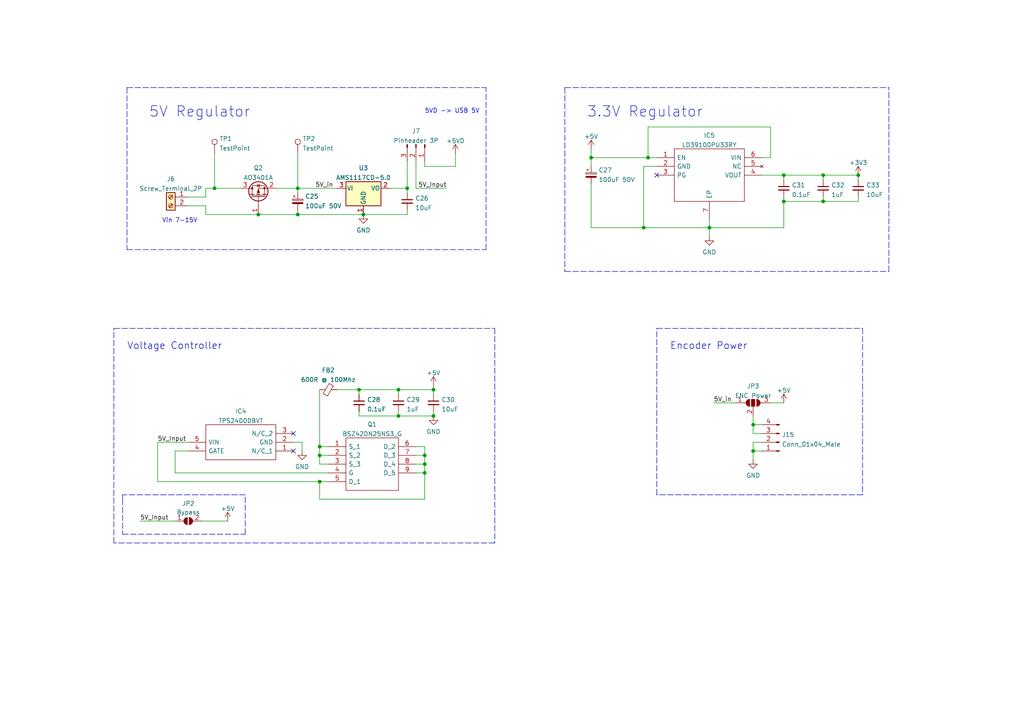
<source format=kicad_sch>
(kicad_sch (version 20211123) (generator eeschema)
  (paper "A4")
  (lib_symbols
    (symbol "BSZ42DN25NS3_G:BSZ42DN25NS3_G" (pin_names (offset 0.762))
      (property "Reference" "Q" (at 21.59 7.62 0))
      (property "Value" "BSZ42DN25NS3_G" (at 21.59 5.08 0))
      (symbol "BSZ42DN25NS3_G_0_0"
        (pin passive line (at 0 0 0) (length 5.08) (name "S_1") (number "1"))
        (pin passive line (at 0 -2.54 0) (length 5.08) (name "S_2") (number "2"))
        (pin passive line (at 0 -5.08 0) (length 5.08) (name "S_3") (number "3"))
        (pin passive line (at 0 -7.62 0) (length 5.08) (name "G") (number "4"))
        (pin passive line (at 0 -10.16 0) (length 5.08) (name "D_1") (number "5"))
        (pin passive line (at 25.4 0 180) (length 5.08) (name "D_2") (number "6"))
        (pin passive line (at 25.4 -2.54 180) (length 5.08) (name "D_3") (number "7"))
        (pin passive line (at 25.4 -5.08 180) (length 5.08) (name "D_4") (number "8"))
        (pin passive line (at 25.4 -7.62 180) (length 5.08) (name "D_5") (number "9"))
      )
      (symbol "BSZ42DN25NS3_G_0_1"
        (polyline (pts (xy 5.08 2.54) (xy 20.32 2.54) (xy 20.32 -12.7) (xy 5.08 -12.7) (xy 5.08 2.54)) (stroke (width 0.1524)))
      )
    )
    (symbol "Connector:Conn_01x03_Male" (pin_names (offset 1.016) hide)
      (property "Reference" "J" (at 0 5.08 0))
      (property "Value" "Conn_01x03_Male" (at 0 -5.08 0))
      (symbol "Conn_01x03_Male_1_1"
        (polyline (pts (xy 1.27 -2.54) (xy 0.8636 -2.54)) (stroke (width 0.1524)))
        (polyline (pts (xy 1.27 0) (xy 0.8636 0)) (stroke (width 0.1524)))
        (polyline (pts (xy 1.27 2.54) (xy 0.8636 2.54)) (stroke (width 0.1524)))
        (rectangle (start 0.8636 -2.413) (end 0 -2.667) (stroke (width 0.1524)) (fill (type outline)))
        (rectangle (start 0.8636 0.127) (end 0 -0.127) (stroke (width 0.1524)) (fill (type outline)))
        (rectangle (start 0.8636 2.667) (end 0 2.413) (stroke (width 0.1524)) (fill (type outline)))
        (pin passive line (at 5.08 2.54 180) (length 3.81) (name "Pin_1") (number "1"))
        (pin passive line (at 5.08 0 180) (length 3.81) (name "Pin_2") (number "2"))
        (pin passive line (at 5.08 -2.54 180) (length 3.81) (name "Pin_3") (number "3"))
      )
    )
    (symbol "Connector:Conn_01x04_Male" (pin_names (offset 1.016) hide)
      (property "Reference" "J" (at 0 5.08 0))
      (property "Value" "Conn_01x04_Male" (at 0 -7.62 0))
      (symbol "Conn_01x04_Male_1_1"
        (polyline (pts (xy 1.27 -5.08) (xy 0.8636 -5.08)) (stroke (width 0.1524)))
        (polyline (pts (xy 1.27 -2.54) (xy 0.8636 -2.54)) (stroke (width 0.1524)))
        (polyline (pts (xy 1.27 0) (xy 0.8636 0)) (stroke (width 0.1524)))
        (polyline (pts (xy 1.27 2.54) (xy 0.8636 2.54)) (stroke (width 0.1524)))
        (rectangle (start 0.8636 -4.953) (end 0 -5.207) (stroke (width 0.1524)) (fill (type outline)))
        (rectangle (start 0.8636 -2.413) (end 0 -2.667) (stroke (width 0.1524)) (fill (type outline)))
        (rectangle (start 0.8636 0.127) (end 0 -0.127) (stroke (width 0.1524)) (fill (type outline)))
        (rectangle (start 0.8636 2.667) (end 0 2.413) (stroke (width 0.1524)) (fill (type outline)))
        (pin passive line (at 5.08 2.54 180) (length 3.81) (name "Pin_1") (number "1"))
        (pin passive line (at 5.08 0 180) (length 3.81) (name "Pin_2") (number "2"))
        (pin passive line (at 5.08 -2.54 180) (length 3.81) (name "Pin_3") (number "3"))
        (pin passive line (at 5.08 -5.08 180) (length 3.81) (name "Pin_4") (number "4"))
      )
    )
    (symbol "Connector:Screw_Terminal_01x02" (pin_names (offset 1.016) hide)
      (property "Reference" "J" (at 0 2.54 0))
      (property "Value" "Screw_Terminal_01x02" (at 0 -5.08 0))
      (symbol "Screw_Terminal_01x02_1_1"
        (rectangle (start -1.27 1.27) (end 1.27 -3.81) (stroke (width 0.254)) (fill (type background)))
        (circle (center 0 -2.54) (radius 0.635) (stroke (width 0.1524)))
        (polyline (pts (xy -0.5334 -2.2098) (xy 0.3302 -3.048)) (stroke (width 0.1524)))
        (polyline (pts (xy -0.5334 0.3302) (xy 0.3302 -0.508)) (stroke (width 0.1524)))
        (polyline (pts (xy -0.3556 -2.032) (xy 0.508 -2.8702)) (stroke (width 0.1524)))
        (polyline (pts (xy -0.3556 0.508) (xy 0.508 -0.3302)) (stroke (width 0.1524)))
        (circle (center 0 0) (radius 0.635) (stroke (width 0.1524)))
        (pin passive line (at -5.08 0 0) (length 3.81) (name "Pin_1") (number "1"))
        (pin passive line (at -5.08 -2.54 0) (length 3.81) (name "Pin_2") (number "2"))
      )
    )
    (symbol "Connector:TestPoint" (pin_numbers hide) (pin_names (offset 0.762) hide)
      (property "Reference" "TP" (at 0 6.858 0))
      (property "Value" "TestPoint" (at 0 5.08 0))
      (symbol "TestPoint_0_1"
        (circle (center 0 3.302) (radius 0.762))
      )
      (symbol "TestPoint_1_1"
        (pin passive line (at 0 0 90) (length 2.54) (name "1") (number "1"))
      )
    )
    (symbol "Device:C_Polarized_Small" (pin_numbers hide) (pin_names (offset 0.254) hide)
      (property "Reference" "C" (at 0.254 1.778 0))
      (property "Value" "C_Polarized_Small" (at 0.254 -2.032 0))
      (symbol "C_Polarized_Small_0_1"
        (rectangle (start -1.524 -0.3048) (end 1.524 -0.6858) (fill (type outline)))
        (rectangle (start -1.524 0.6858) (end 1.524 0.3048))
        (polyline (pts (xy -1.27 1.524) (xy -0.762 1.524)))
        (polyline (pts (xy -1.016 1.27) (xy -1.016 1.778)))
      )
      (symbol "C_Polarized_Small_1_1"
        (pin passive line (at 0 2.54 270) (length 1.8542) (name "~") (number "1"))
        (pin passive line (at 0 -2.54 90) (length 1.8542) (name "~") (number "2"))
      )
    )
    (symbol "Device:C_Small" (pin_numbers hide) (pin_names (offset 0.254) hide)
      (property "Reference" "C" (at 0.254 1.778 0))
      (property "Value" "C_Small" (at 0.254 -2.032 0))
      (symbol "C_Small_0_1"
        (polyline (pts (xy -1.524 -0.508) (xy 1.524 -0.508)) (stroke (width 0.3302)))
        (polyline (pts (xy -1.524 0.508) (xy 1.524 0.508)) (stroke (width 0.3048)))
      )
      (symbol "C_Small_1_1"
        (pin passive line (at 0 2.54 270) (length 2.032) (name "~") (number "1"))
        (pin passive line (at 0 -2.54 90) (length 2.032) (name "~") (number "2"))
      )
    )
    (symbol "Device:FerriteBead_Small" (pin_numbers hide) (pin_names (offset 0))
      (property "Reference" "FB" (at 1.905 1.27 0))
      (property "Value" "FerriteBead_Small" (at 1.905 -1.27 0))
      (symbol "FerriteBead_Small_0_1"
        (polyline (pts (xy 0 -1.27) (xy 0 -0.7874)))
        (polyline (pts (xy 0 0.889) (xy 0 1.2954)))
        (polyline (pts (xy -1.8288 0.2794) (xy -1.1176 1.4986) (xy 1.8288 -0.2032) (xy 1.1176 -1.4224) (xy -1.8288 0.2794)))
      )
      (symbol "FerriteBead_Small_1_1"
        (pin passive line (at 0 2.54 270) (length 1.27) (name "~") (number "1"))
        (pin passive line (at 0 -2.54 90) (length 1.27) (name "~") (number "2"))
      )
    )
    (symbol "Jumper:SolderJumper_2_Open" (pin_names (offset 0) hide)
      (property "Reference" "JP" (at 0 2.032 0))
      (property "Value" "SolderJumper_2_Open" (at 0 -2.54 0))
      (symbol "SolderJumper_2_Open_0_1"
        (arc (start -0.254 1.016) (mid -1.27 0) (end -0.254 -1.016))
        (arc (start -0.254 1.016) (mid -1.27 0) (end -0.254 -1.016) (fill (type outline)))
        (polyline (pts (xy -0.254 1.016) (xy -0.254 -1.016)))
        (polyline (pts (xy 0.254 1.016) (xy 0.254 -1.016)))
        (arc (start 0.254 -1.016) (mid 1.27 0) (end 0.254 1.016))
        (arc (start 0.254 -1.016) (mid 1.27 0) (end 0.254 1.016) (fill (type outline)))
      )
      (symbol "SolderJumper_2_Open_1_1"
        (pin passive line (at -3.81 0 0) (length 2.54) (name "A") (number "1"))
        (pin passive line (at 3.81 0 180) (length 2.54) (name "B") (number "2"))
      )
    )
    (symbol "Jumper:SolderJumper_3_Open" (pin_names (offset 0) hide)
      (property "Reference" "JP" (at -2.54 -2.54 0))
      (property "Value" "SolderJumper_3_Open" (at 0 2.794 0))
      (symbol "SolderJumper_3_Open_0_1"
        (arc (start -1.016 1.016) (mid -2.032 0) (end -1.016 -1.016))
        (arc (start -1.016 1.016) (mid -2.032 0) (end -1.016 -1.016) (fill (type outline)))
        (rectangle (start -0.508 1.016) (end 0.508 -1.016) (fill (type outline)))
        (polyline (pts (xy -2.54 0) (xy -2.032 0)))
        (polyline (pts (xy -1.016 1.016) (xy -1.016 -1.016)))
        (polyline (pts (xy 0 -1.27) (xy 0 -1.016)))
        (polyline (pts (xy 1.016 1.016) (xy 1.016 -1.016)))
        (polyline (pts (xy 2.54 0) (xy 2.032 0)))
        (arc (start 1.016 -1.016) (mid 2.032 0) (end 1.016 1.016))
        (arc (start 1.016 -1.016) (mid 2.032 0) (end 1.016 1.016) (fill (type outline)))
      )
      (symbol "SolderJumper_3_Open_1_1"
        (pin passive line (at -5.08 0 0) (length 2.54) (name "A") (number "1"))
        (pin input line (at 0 -3.81 90) (length 2.54) (name "C") (number "2"))
        (pin passive line (at 5.08 0 180) (length 2.54) (name "B") (number "3"))
      )
    )
    (symbol "LD39100PU33RY:LD39100PU33RY" (pin_names (offset 0.762))
      (property "Reference" "IC" (at 26.67 7.62 0))
      (property "Value" "LD39100PU33RY" (at 26.67 5.08 0))
      (symbol "LD39100PU33RY_0_0"
        (pin passive line (at 0 0 0) (length 5.08) (name "EN") (number "1"))
        (pin passive line (at 0 -2.54 0) (length 5.08) (name "GND") (number "2"))
        (pin passive line (at 0 -5.08 0) (length 5.08) (name "PG") (number "3"))
        (pin passive line (at 30.48 -5.08 180) (length 5.08) (name "VOUT") (number "4"))
        (pin no_connect line (at 30.48 -2.54 180) (length 5.08) (name "NC") (number "5"))
        (pin passive line (at 30.48 0 180) (length 5.08) (name "VIN") (number "6"))
        (pin passive line (at 15.24 -17.78 90) (length 5.08) (name "EP") (number "7"))
      )
      (symbol "LD39100PU33RY_0_1"
        (polyline (pts (xy 5.08 2.54) (xy 25.4 2.54) (xy 25.4 -12.7) (xy 5.08 -12.7) (xy 5.08 2.54)) (stroke (width 0.1524)))
      )
    )
    (symbol "Regulator_Linear:AMS1117CD-5.0" (pin_names (offset 0.254))
      (property "Reference" "U" (at -3.81 3.175 0))
      (property "Value" "AMS1117CD-5.0" (at 0 3.175 0))
      (symbol "AMS1117CD-5.0_0_1"
        (rectangle (start -5.08 -5.08) (end 5.08 1.905) (stroke (width 0.254)) (fill (type background)))
      )
      (symbol "AMS1117CD-5.0_1_1"
        (pin power_in line (at 0 -7.62 90) (length 2.54) (name "GND") (number "1"))
        (pin power_out line (at 7.62 0 180) (length 2.54) (name "VO") (number "2"))
        (pin power_in line (at -7.62 0 0) (length 2.54) (name "VI") (number "3"))
      )
    )
    (symbol "TPS2400DBVT:TPS2400DBVT" (pin_names (offset 0.762))
      (property "Reference" "IC" (at 26.67 7.62 0))
      (property "Value" "TPS2400DBVT" (at 26.67 5.08 0))
      (symbol "TPS2400DBVT_0_0"
        (pin passive line (at 0 0 0) (length 5.08) (name "N/C_1") (number "1"))
        (pin power_in line (at 0 -2.54 0) (length 5.08) (name "GND") (number "2"))
        (pin passive line (at 0 -5.08 0) (length 5.08) (name "N/C_2") (number "3"))
        (pin output line (at 30.48 0 180) (length 5.08) (name "GATE") (number "4"))
        (pin input line (at 30.48 -2.54 180) (length 5.08) (name "VIN") (number "5"))
      )
      (symbol "TPS2400DBVT_0_1"
        (polyline (pts (xy 5.08 2.54) (xy 25.4 2.54) (xy 25.4 -7.62) (xy 5.08 -7.62) (xy 5.08 2.54)) (stroke (width 0.1524)))
      )
    )
    (symbol "Transistor_FET:AO3401A" (pin_names hide)
      (property "Reference" "Q" (at 5.08 1.905 0))
      (property "Value" "AO3401A" (at 5.08 0 0))
      (symbol "AO3401A_0_1"
        (polyline (pts (xy 0.254 0) (xy -2.54 0)))
        (polyline (pts (xy 0.254 1.905) (xy 0.254 -1.905)) (stroke (width 0.254)))
        (polyline (pts (xy 0.762 -1.27) (xy 0.762 -2.286)) (stroke (width 0.254)))
        (polyline (pts (xy 0.762 0.508) (xy 0.762 -0.508)) (stroke (width 0.254)))
        (polyline (pts (xy 0.762 2.286) (xy 0.762 1.27)) (stroke (width 0.254)))
        (polyline (pts (xy 2.54 2.54) (xy 2.54 1.778)))
        (polyline (pts (xy 2.54 -2.54) (xy 2.54 0) (xy 0.762 0)))
        (polyline (pts (xy 0.762 1.778) (xy 3.302 1.778) (xy 3.302 -1.778) (xy 0.762 -1.778)))
        (polyline (pts (xy 2.286 0) (xy 1.27 0.381) (xy 1.27 -0.381) (xy 2.286 0)) (fill (type outline)))
        (polyline (pts (xy 2.794 -0.508) (xy 2.921 -0.381) (xy 3.683 -0.381) (xy 3.81 -0.254)))
        (polyline (pts (xy 3.302 -0.381) (xy 2.921 0.254) (xy 3.683 0.254) (xy 3.302 -0.381)))
        (circle (center 1.651 0) (radius 2.794) (stroke (width 0.254)))
        (circle (center 2.54 -1.778) (radius 0.254) (fill (type outline)))
        (circle (center 2.54 1.778) (radius 0.254) (fill (type outline)))
      )
      (symbol "AO3401A_1_1"
        (pin input line (at -5.08 0 0) (length 2.54) (name "G") (number "1"))
        (pin passive line (at 2.54 -5.08 90) (length 2.54) (name "S") (number "2"))
        (pin passive line (at 2.54 5.08 270) (length 2.54) (name "D") (number "3"))
      )
    )
    (symbol "power:+3.3V" (power) (pin_names (offset 0))
      (property "Value" "+3.3V" (at 0 3.556 0))
      (symbol "+3.3V_0_1"
        (polyline (pts (xy -0.762 1.27) (xy 0 2.54)))
        (polyline (pts (xy 0 0) (xy 0 2.54)))
        (polyline (pts (xy 0 2.54) (xy 0.762 1.27)))
      )
      (symbol "+3.3V_1_1"
        (pin power_in line (at 0 0 90) (length 0) hide (name "+3V3") (number "1"))
      )
    )
    (symbol "power:+5V" (power) (pin_names (offset 0))
      (property "Value" "+5V" (at 0 3.556 0))
      (symbol "+5V_0_1"
        (polyline (pts (xy -0.762 1.27) (xy 0 2.54)))
        (polyline (pts (xy 0 0) (xy 0 2.54)))
        (polyline (pts (xy 0 2.54) (xy 0.762 1.27)))
      )
      (symbol "+5V_1_1"
        (pin power_in line (at 0 0 90) (length 0) hide (name "+5V") (number "1"))
      )
    )
    (symbol "power:+5VD" (power) (pin_names (offset 0))
      (property "Value" "+5VD" (at 0 3.556 0))
      (symbol "+5VD_0_1"
        (polyline (pts (xy -0.762 1.27) (xy 0 2.54)))
        (polyline (pts (xy 0 0) (xy 0 2.54)))
        (polyline (pts (xy 0 2.54) (xy 0.762 1.27)))
      )
      (symbol "+5VD_1_1"
        (pin power_in line (at 0 0 90) (length 0) hide (name "+5VD") (number "1"))
      )
    )
    (symbol "power:GND" (power) (pin_names (offset 0))
      (property "Value" "GND" (at 0 -3.81 0))
      (symbol "GND_0_1"
        (polyline (pts (xy 0 0) (xy 0 -1.27) (xy 1.27 -1.27) (xy 0 -2.54) (xy -1.27 -1.27) (xy 0 -1.27)))
      )
      (symbol "GND_1_1"
        (pin power_in line (at 0 0 270) (length 0) hide (name "GND") (number "1"))
      )
    )
  )
  (junction (at 92.71 129.54))
  (junction (at 125.73 113.03))
  (junction (at 123.19 134.62))
  (junction (at 123.19 132.08))
  (junction (at 227.33 50.8))
  (junction (at 74.93 62.23))
  (junction (at 92.71 139.7))
  (junction (at 238.76 50.8))
  (junction (at 205.74 66.04))
  (junction (at 105.41 62.23))
  (junction (at 62.23 54.61))
  (junction (at 171.45 45.72))
  (junction (at 248.92 50.8))
  (junction (at 186.69 66.04))
  (junction (at 187.96 45.72))
  (junction (at 123.19 137.16))
  (junction (at 227.33 58.42))
  (junction (at 115.57 120.65))
  (junction (at 125.73 120.65))
  (junction (at 86.36 62.23))
  (junction (at 92.71 132.08))
  (junction (at 115.57 113.03))
  (junction (at 218.44 123.19))
  (junction (at 86.36 54.61))
  (junction (at 118.11 54.61))
  (junction (at 238.76 58.42))
  (junction (at 104.14 113.03))
  (junction (at 218.44 130.81))
  (no_connect (at 190.5 50.8))
  (no_connect (at 85.09 125.73))
  (no_connect (at 85.09 130.81))
  (wire (pts (xy 123.19 129.54) (xy 120.65 129.54)))
  (wire (pts (xy 50.8 137.16) (xy 95.25 137.16)))
  (wire (pts (xy 186.69 48.26) (xy 186.69 66.04)))
  (polyline (pts (xy 140.97 72.39) (xy 140.97 25.4)))
  (wire (pts (xy 40.64 151.13) (xy 50.8 151.13)))
  (wire (pts (xy 132.08 48.26) (xy 123.19 48.26)))
  (wire (pts (xy 118.11 54.61) (xy 118.11 55.88)))
  (wire (pts (xy 118.11 46.99) (xy 118.11 54.61)))
  (wire (pts (xy 86.36 55.88) (xy 86.36 54.61)))
  (wire (pts (xy 92.71 113.03) (xy 92.71 129.54)))
  (wire (pts (xy 59.69 62.23) (xy 74.93 62.23)))
  (wire (pts (xy 86.36 62.23) (xy 105.41 62.23)))
  (wire (pts (xy 69.85 54.61) (xy 62.23 54.61)))
  (wire (pts (xy 218.44 123.19) (xy 220.98 123.19)))
  (wire (pts (xy 104.14 119.38) (xy 104.14 120.65)))
  (wire (pts (xy 205.74 63.5) (xy 205.74 66.04)))
  (wire (pts (xy 113.03 54.61) (xy 118.11 54.61)))
  (wire (pts (xy 115.57 120.65) (xy 125.73 120.65)))
  (wire (pts (xy 92.71 139.7) (xy 92.71 144.78)))
  (wire (pts (xy 123.19 144.78) (xy 123.19 137.16)))
  (wire (pts (xy 125.73 113.03) (xy 115.57 113.03)))
  (wire (pts (xy 86.36 54.61) (xy 97.79 54.61)))
  (wire (pts (xy 171.45 53.34) (xy 171.45 66.04)))
  (wire (pts (xy 59.69 54.61) (xy 59.69 57.15)))
  (wire (pts (xy 171.45 45.72) (xy 171.45 48.26)))
  (polyline (pts (xy 33.02 157.48) (xy 33.02 95.25)))
  (wire (pts (xy 92.71 144.78) (xy 123.19 144.78)))
  (wire (pts (xy 227.33 50.8) (xy 238.76 50.8)))
  (polyline (pts (xy 190.5 143.51) (xy 190.5 95.25)))
  (wire (pts (xy 104.14 113.03) (xy 104.14 114.3)))
  (wire (pts (xy 105.41 62.23) (xy 118.11 62.23)))
  (wire (pts (xy 104.14 120.65) (xy 115.57 120.65)))
  (wire (pts (xy 207.01 116.84) (xy 213.36 116.84)))
  (wire (pts (xy 218.44 123.19) (xy 218.44 125.73)))
  (wire (pts (xy 86.36 60.96) (xy 86.36 62.23)))
  (wire (pts (xy 120.65 137.16) (xy 123.19 137.16)))
  (wire (pts (xy 220.98 45.72) (xy 223.52 45.72)))
  (wire (pts (xy 45.72 128.27) (xy 45.72 139.7)))
  (wire (pts (xy 58.42 151.13) (xy 66.04 151.13)))
  (wire (pts (xy 120.65 134.62) (xy 123.19 134.62)))
  (wire (pts (xy 238.76 58.42) (xy 248.92 58.42)))
  (polyline (pts (xy 33.02 95.25) (xy 143.51 95.25)))
  (polyline (pts (xy 190.5 95.25) (xy 250.19 95.25)))
  (wire (pts (xy 220.98 128.27) (xy 218.44 128.27)))
  (wire (pts (xy 92.71 132.08) (xy 95.25 132.08)))
  (wire (pts (xy 227.33 50.8) (xy 227.33 52.07)))
  (wire (pts (xy 187.96 36.83) (xy 187.96 45.72)))
  (wire (pts (xy 171.45 43.18) (xy 171.45 45.72)))
  (polyline (pts (xy 35.56 143.51) (xy 35.56 144.78)))
  (wire (pts (xy 227.33 57.15) (xy 227.33 58.42)))
  (wire (pts (xy 171.45 45.72) (xy 187.96 45.72)))
  (wire (pts (xy 238.76 57.15) (xy 238.76 58.42)))
  (wire (pts (xy 227.33 58.42) (xy 238.76 58.42)))
  (wire (pts (xy 54.61 59.69) (xy 59.69 59.69)))
  (wire (pts (xy 248.92 50.8) (xy 238.76 50.8)))
  (wire (pts (xy 218.44 125.73) (xy 220.98 125.73)))
  (wire (pts (xy 45.72 139.7) (xy 92.71 139.7)))
  (wire (pts (xy 123.19 46.99) (xy 123.19 48.26)))
  (wire (pts (xy 187.96 45.72) (xy 190.5 45.72)))
  (wire (pts (xy 120.65 54.61) (xy 129.54 54.61)))
  (wire (pts (xy 59.69 59.69) (xy 59.69 62.23)))
  (wire (pts (xy 123.19 132.08) (xy 123.19 129.54)))
  (wire (pts (xy 125.73 111.76) (xy 125.73 113.03)))
  (wire (pts (xy 118.11 60.96) (xy 118.11 62.23)))
  (polyline (pts (xy 143.51 95.25) (xy 143.51 157.48)))
  (wire (pts (xy 115.57 119.38) (xy 115.57 120.65)))
  (polyline (pts (xy 71.12 143.51) (xy 35.56 143.51)))
  (wire (pts (xy 95.25 139.7) (xy 92.71 139.7)))
  (wire (pts (xy 227.33 66.04) (xy 205.74 66.04)))
  (wire (pts (xy 97.79 113.03) (xy 104.14 113.03)))
  (wire (pts (xy 132.08 44.45) (xy 132.08 48.26)))
  (wire (pts (xy 92.71 129.54) (xy 95.25 129.54)))
  (wire (pts (xy 223.52 36.83) (xy 187.96 36.83)))
  (wire (pts (xy 59.69 57.15) (xy 54.61 57.15)))
  (polyline (pts (xy 71.12 154.94) (xy 71.12 143.51)))
  (wire (pts (xy 104.14 113.03) (xy 115.57 113.03)))
  (wire (pts (xy 92.71 132.08) (xy 92.71 129.54)))
  (wire (pts (xy 115.57 113.03) (xy 115.57 114.3)))
  (polyline (pts (xy 250.19 95.25) (xy 250.19 143.51)))
  (polyline (pts (xy 163.83 25.4) (xy 163.83 78.74)))
  (polyline (pts (xy 163.83 78.74) (xy 257.81 78.74)))
  (wire (pts (xy 54.61 130.81) (xy 50.8 130.81)))
  (polyline (pts (xy 257.81 78.74) (xy 257.81 25.4)))
  (wire (pts (xy 50.8 130.81) (xy 50.8 137.16)))
  (wire (pts (xy 87.63 128.27) (xy 87.63 130.81)))
  (wire (pts (xy 74.93 62.23) (xy 86.36 62.23)))
  (wire (pts (xy 86.36 44.45) (xy 86.36 54.61)))
  (wire (pts (xy 85.09 128.27) (xy 87.63 128.27)))
  (wire (pts (xy 248.92 57.15) (xy 248.92 58.42)))
  (wire (pts (xy 120.65 46.99) (xy 120.65 54.61)))
  (wire (pts (xy 92.71 134.62) (xy 92.71 132.08)))
  (wire (pts (xy 220.98 50.8) (xy 227.33 50.8)))
  (wire (pts (xy 54.61 128.27) (xy 45.72 128.27)))
  (polyline (pts (xy 36.83 72.39) (xy 140.97 72.39)))
  (wire (pts (xy 123.19 134.62) (xy 123.19 132.08)))
  (wire (pts (xy 205.74 66.04) (xy 205.74 68.58)))
  (wire (pts (xy 218.44 130.81) (xy 220.98 130.81)))
  (polyline (pts (xy 163.83 25.4) (xy 257.81 25.4)))
  (wire (pts (xy 218.44 128.27) (xy 218.44 130.81)))
  (wire (pts (xy 223.52 116.84) (xy 227.33 116.84)))
  (wire (pts (xy 238.76 50.8) (xy 238.76 52.07)))
  (wire (pts (xy 227.33 58.42) (xy 227.33 66.04)))
  (polyline (pts (xy 250.19 143.51) (xy 190.5 143.51)))
  (wire (pts (xy 190.5 48.26) (xy 186.69 48.26)))
  (wire (pts (xy 125.73 114.3) (xy 125.73 113.03)))
  (polyline (pts (xy 35.56 144.78) (xy 35.56 154.94)))
  (polyline (pts (xy 35.56 154.94) (xy 71.12 154.94)))
  (wire (pts (xy 171.45 66.04) (xy 186.69 66.04)))
  (wire (pts (xy 95.25 134.62) (xy 92.71 134.62)))
  (wire (pts (xy 218.44 120.65) (xy 218.44 123.19)))
  (wire (pts (xy 218.44 130.81) (xy 218.44 133.35)))
  (polyline (pts (xy 36.83 25.4) (xy 36.83 72.39)))
  (wire (pts (xy 248.92 52.07) (xy 248.92 50.8)))
  (wire (pts (xy 223.52 45.72) (xy 223.52 36.83)))
  (polyline (pts (xy 36.83 25.4) (xy 140.97 25.4)))
  (wire (pts (xy 120.65 132.08) (xy 123.19 132.08)))
  (wire (pts (xy 125.73 119.38) (xy 125.73 120.65)))
  (wire (pts (xy 186.69 66.04) (xy 205.74 66.04)))
  (wire (pts (xy 123.19 137.16) (xy 123.19 134.62)))
  (wire (pts (xy 80.01 54.61) (xy 86.36 54.61)))
  (wire (pts (xy 62.23 44.45) (xy 62.23 54.61)))
  (polyline (pts (xy 143.51 157.48) (xy 33.02 157.48)))
  (wire (pts (xy 59.69 54.61) (xy 62.23 54.61)))
  (text "5V Regulator" (at 43.18 34.29 0) (effects (font (size 3 3)) (justify left bottom)))
  (text "5VD -> USB 5V" (at 123.19 33.02 0) (effects (font (size 1.27 1.27)) (justify left bottom)))
  (text "Encoder Power\n" (at 194.31 101.6 0) (effects (font (size 2 2)) (justify left bottom)))
  (text "Voltage Controller" (at 36.83 101.6 0) (effects (font (size 2 2)) (justify left bottom)))
  (text "3.3V Regulator" (at 170.18 34.29 0) (effects (font (size 3 3)) (justify left bottom)))
  (text "Vin 7-15V" (at 46.99 64.77 0) (effects (font (size 1.27 1.27)) (justify left bottom)))
  (label "5V_Input" (at 129.54 54.61 180))
  (label "5V_Input" (at 45.72 128.27 0))
  (label "5V_in" (at 207.01 116.84 0))
  (label "5V_in" (at 91.44 54.61 0))
  (label "5V_Input" (at 40.64 151.13 0))
  (symbol (lib_id "power:+5V") (at 125.73 111.76 0) (unit 1)
    (property "Reference" "#PWR053" (effects hide))
    (property "Value" "+5V" (at 125.73 108.1555 0))
  )
  (symbol (lib_id "Device:C_Polarized_Small") (at 171.45 50.8 0) (unit 1)
    (property "Reference" "C27" (at 173.609 49.3454 0) (effects (justify left)))
    (property "Value" "100uF 50V" (at 173.609 52.1205 0) (effects (justify left)))
    (property "Footprint" "Capacitor_SMD:CP_Elec_6.3x5.4_Nichicon" (effects hide))
  )
  (symbol (lib_id "LD39100PU33RY:LD39100PU33RY") (at 190.5 45.72 0) (unit 1)
    (property "Reference" "IC5" (at 205.74 39.2643 0))
    (property "Value" "LD39100PU33RY" (at 205.74 42.0394 0))
    (property "Footprint" "library:SON95P300X300X90-7N-D" (effects hide))
    (property "Datasheet" "http://www.st.com/content/ccc/resource/technical/document/datasheet/72/02/e5/ee/df/36/40/5e/CD00233788.pdf/files/CD00233788.pdf/jcr:content/translations/en.CD00233788.pdf" (effects hide))
    (property "Description" "LDO Voltage Regulators 1 A low quiescent current low noise voltage regulator" (effects hide))
    (property "Height" "0.9" (effects hide))
    (property "Manufacturer_Name" "STMicroelectronics" (effects hide))
    (property "Manufacturer_Part_Number" "LD39100PU33RY" (effects hide))
    (property "Mouser Part Number" "511-LD39100PU33RY" (effects hide))
    (property "Mouser Price/Stock" "https://www.mouser.co.uk/ProductDetail/STMicroelectronics/LD39100PU33RY?qs=xwQlLnDx56AZF44f%2FmwzdQ%3D%3D" (effects hide))
    (property "Arrow Part Number" "LD39100PU33RY" (effects hide))
    (property "Arrow Price/Stock" "https://www.arrow.com/en/products/ld39100pu33ry/stmicroelectronics" (effects hide))
  )
  (symbol (lib_id "Connector:TestPoint") (at 62.23 44.45 0) (unit 1)
    (property "Reference" "TP1" (at 63.627 40.2395 0) (effects (justify left)))
    (property "Value" "TestPoint" (at 63.627 43.0146 0) (effects (justify left)))
    (property "Footprint" "TestPoint:TestPoint_THTPad_D2.0mm_Drill1.0mm" (effects hide))
  )
  (symbol (lib_id "Device:C_Small") (at 104.14 116.84 0) (unit 1)
    (property "Reference" "C28" (at 106.4641 115.9378 0) (effects (justify left)))
    (property "Value" "0.1uF" (at 106.4641 118.7129 0) (effects (justify left)))
    (property "Footprint" "Capacitor_SMD:C_0603_1608Metric_Pad1.08x0.95mm_HandSolder" (effects hide))
  )
  (symbol (lib_id "power:GND") (at 125.73 120.65 0) (unit 1)
    (property "Reference" "#PWR0101" (effects hide))
    (property "Value" "GND" (at 125.73 125.2125 0))
  )
  (symbol (lib_id "Device:FerriteBead_Small") (at 95.25 113.03 90) (unit 1)
    (property "Reference" "FB2" (at 95.2119 107.3617 90))
    (property "Value" "600R @ 100Mhz" (at 95.2119 110.1368 90))
    (property "Footprint" "Inductor_SMD:L_0603_1608Metric_Pad1.05x0.95mm_HandSolder" (effects hide))
  )
  (symbol (lib_id "power:+5VD") (at 132.08 44.45 0) (unit 1)
    (property "Reference" "#PWR056" (effects hide))
    (property "Value" "+5VD" (at 132.08 40.8455 0))
  )
  (symbol (lib_id "Connector:TestPoint") (at 86.36 44.45 0) (unit 1)
    (property "Reference" "TP2" (at 87.757 40.2395 0) (effects (justify left)))
    (property "Value" "TestPoint" (at 87.757 43.0146 0) (effects (justify left)))
    (property "Footprint" "TestPoint:TestPoint_THTPad_D2.0mm_Drill1.0mm" (effects hide))
  )
  (symbol (lib_id "Jumper:SolderJumper_2_Open") (at 54.61 151.13 0) (unit 1)
    (property "Reference" "JP2" (at 54.61 146.05 0))
    (property "Value" "Bypass" (at 54.61 148.59 0))
    (property "Footprint" "Jumper:SolderJumper-2_P1.3mm_Open_RoundedPad1.0x1.5mm" (effects hide))
  )
  (symbol (lib_id "power:GND") (at 87.63 130.81 0) (unit 1)
    (property "Reference" "#PWR052" (effects hide))
    (property "Value" "GND" (at 87.63 135.3725 0))
  )
  (symbol (lib_id "Device:C_Small") (at 115.57 116.84 0) (unit 1)
    (property "Reference" "C29" (at 117.8941 115.9378 0) (effects (justify left)))
    (property "Value" "1uF" (at 117.8941 118.7129 0) (effects (justify left)))
    (property "Footprint" "Capacitor_SMD:C_0603_1608Metric_Pad1.08x0.95mm_HandSolder" (effects hide))
  )
  (symbol (lib_id "Regulator_Linear:AMS1117CD-5.0") (at 105.41 54.61 0) (unit 1)
    (property "Reference" "U3" (at 105.41 48.7385 0))
    (property "Value" "AMS1117CD-5.0" (at 105.41 51.5136 0))
    (property "Footprint" "Package_TO_SOT_SMD:TO-252-3_TabPin2" (effects hide))
    (property "Datasheet" "http://www.advanced-monolithic.com/pdf/ds1117.pdf" (effects hide))
  )
  (symbol (lib_id "Connector:Screw_Terminal_01x02") (at 49.53 57.15 0) (mirror y) (unit 1)
    (property "Reference" "J6" (at 49.53 51.9135 0))
    (property "Value" "Screw_Terminal_2P" (at 49.53 54.6886 0))
    (property "Footprint" "TerminalBlock_Phoenix:TerminalBlock_Phoenix_MKDS-1,5-2_1x02_P5.00mm_Horizontal" (effects hide))
  )
  (symbol (lib_id "Transistor_FET:AO3401A") (at 74.93 57.15 90) (unit 1)
    (property "Reference" "Q2" (at 74.93 48.7385 90))
    (property "Value" "AO3401A" (at 74.93 51.5136 90))
    (property "Footprint" "Package_TO_SOT_SMD:SOT-23" (effects hide))
    (property "Datasheet" "http://www.aosmd.com/pdfs/datasheet/AO3401A.pdf" (effects hide))
  )
  (symbol (lib_id "BSZ42DN25NS3_G:BSZ42DN25NS3_G") (at 95.25 129.54 0) (unit 1)
    (property "Reference" "Q1" (at 107.95 123.0843 0))
    (property "Value" "BSZ42DN25NS3_G" (at 107.95 125.8594 0))
    (property "Footprint" "library:BSZ42DN25NS3G" (effects hide))
    (property "Datasheet" "https://www.infineon.com/dgdl/Infineon-BSZ42DN25NS3%20G-DS-v02_04-EN.pdf?fileId=db3a30432ad629a6012b15e5a93b1a8b" (effects hide))
    (property "Description" "Infineon BSZ42DN25NS3 G N-channel MOSFET Transistor, 5 A, 250 V, 8-Pin TSDSON" (effects hide))
    (property "Height" "1.1" (effects hide))
    (property "Manufacturer_Name" "Infineon" (effects hide))
    (property "Manufacturer_Part_Number" "BSZ42DN25NS3 G" (effects hide))
    (property "Mouser Part Number" "726-BSZ42DN25NS3G" (effects hide))
    (property "Mouser Price/Stock" "https://www.mouser.co.uk/ProductDetail/Infineon-Technologies/BSZ42DN25NS3-G?qs=HwMeRNENlMbB5%252BN1sqzx6Q%3D%3D" (effects hide))
  )
  (symbol (lib_id "power:+3.3V") (at 248.92 50.8 0) (unit 1)
    (property "Reference" "#PWR058" (effects hide))
    (property "Value" "+3.3V" (at 248.92 47.1955 0))
  )
  (symbol (lib_id "TPS2400DBVT:TPS2400DBVT") (at 85.09 130.81 180) (unit 1)
    (property "Reference" "IC4" (at 69.85 119.2743 0))
    (property "Value" "TPS2400DBVT" (at 69.85 122.0494 0))
    (property "Footprint" "library:SOT95P280X145-5N" (effects hide))
    (property "Datasheet" "http://www.ti.com/lit/gpn/tps2400" (effects hide))
    (property "Description" "5.5V overvoltage protection controller with 100V input transient protection" (effects hide))
    (property "Height" "1.45" (effects hide))
    (property "Manufacturer_Name" "Texas Instruments" (effects hide))
    (property "Manufacturer_Part_Number" "TPS2400DBVT" (effects hide))
    (property "Mouser Part Number" "595-TPS2400DBVT" (effects hide))
    (property "Mouser Price/Stock" "https://www.mouser.co.uk/ProductDetail/Texas-Instruments/TPS2400DBVT?qs=zwk82MlA57aQDxUmpdPXAw%3D%3D" (effects hide))
    (property "Arrow Part Number" "TPS2400DBVT" (effects hide))
    (property "Arrow Price/Stock" "https://www.arrow.com/en/products/tps2400dbvt/texas-instruments" (effects hide))
  )
  (symbol (lib_id "power:+5V") (at 227.33 116.84 0) (unit 1)
    (property "Reference" "#PWR073" (effects hide))
    (property "Value" "+5V" (at 227.33 113.2355 0))
  )
  (symbol (lib_id "Jumper:SolderJumper_3_Open") (at 218.44 116.84 0) (unit 1)
    (property "Reference" "JP3" (at 218.44 111.9845 0))
    (property "Value" "ENC Power" (at 218.44 114.7596 0))
    (property "Footprint" "Jumper:SolderJumper-3_P1.3mm_Open_RoundedPad1.0x1.5mm" (effects hide))
  )
  (symbol (lib_id "Device:C_Small") (at 227.33 54.61 0) (unit 1)
    (property "Reference" "C31" (at 229.6541 53.7078 0) (effects (justify left)))
    (property "Value" "0.1uF" (at 229.6541 56.4829 0) (effects (justify left)))
    (property "Footprint" "Capacitor_SMD:C_0603_1608Metric_Pad1.08x0.95mm_HandSolder" (effects hide))
  )
  (symbol (lib_id "Device:C_Small") (at 125.73 116.84 0) (unit 1)
    (property "Reference" "C30" (at 128.0541 115.9378 0) (effects (justify left)))
    (property "Value" "10uF" (at 128.0541 118.7129 0) (effects (justify left)))
    (property "Footprint" "Capacitor_SMD:C_0603_1608Metric_Pad1.08x0.95mm_HandSolder" (effects hide))
  )
  (symbol (lib_id "Device:C_Polarized_Small") (at 86.36 58.42 0) (unit 1)
    (property "Reference" "C25" (at 88.519 56.9654 0) (effects (justify left)))
    (property "Value" "100uF 50V" (at 88.519 59.7405 0) (effects (justify left)))
    (property "Footprint" "Capacitor_SMD:CP_Elec_6.3x5.4_Nichicon" (effects hide))
  )
  (symbol (lib_id "Connector:Conn_01x04_Male") (at 226.06 128.27 180) (unit 1)
    (property "Reference" "J15" (at 226.7712 126.0915 0) (effects (justify right)))
    (property "Value" "Conn_01x04_Male" (at 226.7712 128.8666 0) (effects (justify right)))
    (property "Footprint" "Connector_JST:JST_XH_B4B-XH-A_1x04_P2.50mm_Vertical" (effects hide))
  )
  (symbol (lib_id "power:GND") (at 205.74 68.58 0) (unit 1)
    (property "Reference" "#PWR057" (effects hide))
    (property "Value" "GND" (at 205.74 73.1425 0))
  )
  (symbol (lib_id "Device:C_Small") (at 238.76 54.61 0) (unit 1)
    (property "Reference" "C32" (at 241.0841 53.7078 0) (effects (justify left)))
    (property "Value" "1uF" (at 241.0841 56.4829 0) (effects (justify left)))
    (property "Footprint" "Capacitor_SMD:C_0603_1608Metric_Pad1.08x0.95mm_HandSolder" (effects hide))
  )
  (symbol (lib_id "power:+5V") (at 66.04 151.13 0) (unit 1)
    (property "Reference" "#PWR071" (effects hide))
    (property "Value" "+5V" (at 66.04 147.5255 0))
  )
  (symbol (lib_id "Connector:Conn_01x03_Male") (at 120.65 41.91 270) (unit 1)
    (property "Reference" "J7" (at 120.65 37.9943 90))
    (property "Value" "Pinheader 3P" (at 120.65 40.7694 90))
    (property "Footprint" "Connector_PinHeader_2.54mm:PinHeader_1x03_P2.54mm_Vertical" (effects hide))
  )
  (symbol (lib_id "Device:C_Small") (at 248.92 54.61 0) (unit 1)
    (property "Reference" "C33" (at 251.2441 53.7078 0) (effects (justify left)))
    (property "Value" "10uF" (at 251.2441 56.4829 0) (effects (justify left)))
    (property "Footprint" "Capacitor_SMD:C_0603_1608Metric_Pad1.08x0.95mm_HandSolder" (effects hide))
  )
  (symbol (lib_id "power:+5V") (at 171.45 43.18 0) (unit 1)
    (property "Reference" "#PWR055" (effects hide))
    (property "Value" "+5V" (at 171.45 39.5755 0))
  )
  (symbol (lib_id "Device:C_Small") (at 118.11 58.42 0) (unit 1)
    (property "Reference" "C26" (at 120.4341 57.5178 0) (effects (justify left)))
    (property "Value" "10uF" (at 120.4341 60.2929 0) (effects (justify left)))
    (property "Footprint" "Capacitor_SMD:C_0603_1608Metric_Pad1.08x0.95mm_HandSolder" (effects hide))
  )
  (symbol (lib_id "power:GND") (at 218.44 133.35 0) (unit 1)
    (property "Reference" "#PWR072" (effects hide))
    (property "Value" "GND" (at 218.44 137.9125 0))
  )
  (symbol (lib_id "power:GND") (at 105.41 62.23 0) (unit 1)
    (property "Reference" "#PWR054" (effects hide))
    (property "Value" "GND" (at 105.41 66.7925 0))
  )
)
</source>
